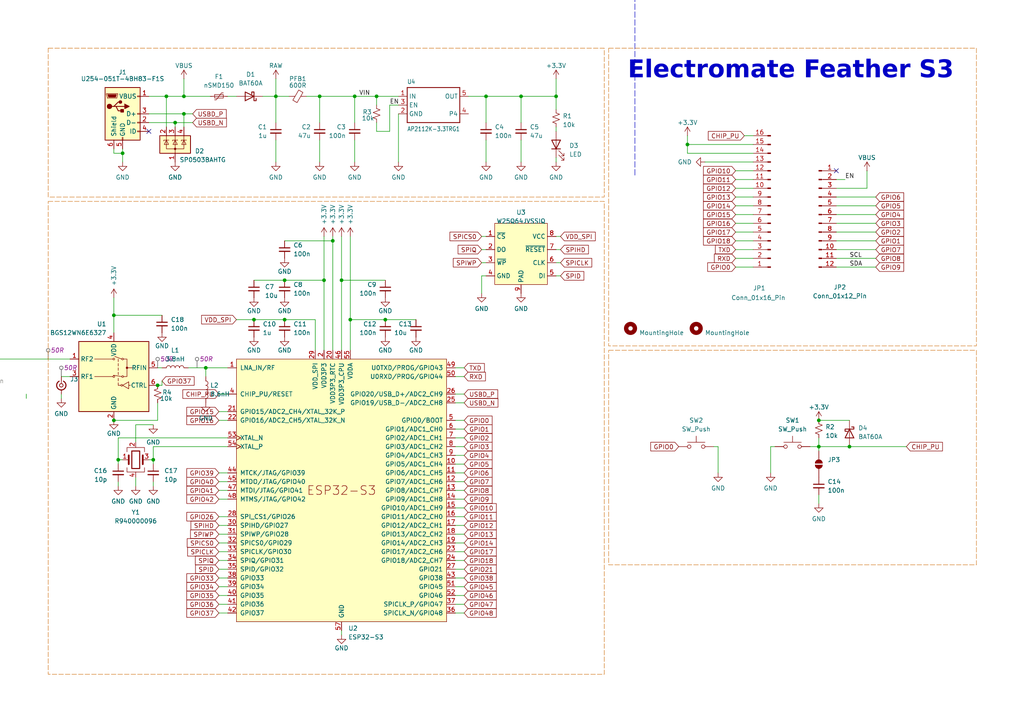
<source format=kicad_sch>
(kicad_sch (version 20250114) (generator "eeschema") (generator_version "9.0")
  (paper "A4")
  (title_block (title "ESP32-S3 Dev") (date "2025-11-26") (rev "1.01") (company "Electromate") (comment 1 "Based on elecgpl, MIT license") (comment 2 "https://github.com/electgpl/ESP32S3_DEV_Minimal_LowPower") (comment 3 "and Adafruit Feather ESP32-S3 PCB, CC BY-SA 3.0 license") (comment 4 "https://github.com/adafruit/Adafruit-Feather-ESP32-S3-PCB"))
  (rectangle (start 176.53 13.97) (end 283.21 100.33) (stroke (width 0.127) (type dash) (color 204 102 0 1)))
  (rectangle (start 13.97 58.42) (end 175.26 195.58) (stroke (width 0.127) (type dash) (color 204 102 0 1)))
  (rectangle (start 176.53 101.6) (end 283.21 163.83) (stroke (width 0.127) (type dash) (color 204 102 0 1)))
  (rectangle (start 13.97 13.97) (end 175.26 57.15) (stroke (width 0.127) (type dash) (color 204 102 0 1)))
  (text "Electromate Feather S3" (at 229.362 21.844 0) (effects (font (size 5.08 5.08) (bold yes))))
  (text "NEOPIXEL" (at 81.026 -29.972 0) (effects (font (size 1.778 1.5113)) (justify bottom)))
  (text "microSD" (at 157.48 -54.61 0) (effects (font (size 3 3)) (justify left bottom)))
  (junction (at 45.72 111.76))
  (junction (at 199.39 41.91))
  (junction (at 143.51 -26.67))
  (junction (at -6.35 104.14))
  (junction (at 146.05 -53.34))
  (junction (at 147.32 -29.21))
  (junction (at 33.02 121.92))
  (junction (at 158.75 -53.34))
  (junction (at 151.13 -53.34))
  (junction (at 143.51 -53.34))
  (junction (at 143.51 -43.18))
  (junction (at 21.59 -24.13))
  (junction (at 39.37 -31.75))
  (junction (at 39.37 -19.05))
  (junction (at 96.52 69.85))
  (junction (at 44.45 133.35))
  (junction (at 53.34 33.02))
  (junction (at 154.94 -34.29))
  (junction (at 93.98 81.28))
  (junction (at 53.34 27.94))
  (junction (at 109.22 27.94))
  (junction (at 140.97 27.94))
  (junction (at 33.02 91.44))
  (junction (at 158.75 -36.83))
  (junction (at 101.6 92.71))
  (junction (at 50.8 35.56))
  (junction (at 161.29 27.94))
  (junction (at 167.64 -19.05))
  (junction (at 35.56 44.45))
  (junction (at 82.55 81.28))
  (junction (at 246.38 129.54))
  (junction (at 48.26 27.94))
  (junction (at 237.49 129.54))
  (junction (at 151.13 -31.75))
  (junction (at 162.56 -39.37))
  (junction (at 237.49 121.92))
  (junction (at 148.59 -53.34))
  (junction (at 92.71 27.94))
  (junction (at 80.01 27.94))
  (junction (at 73.66 92.71))
  (junction (at 111.76 92.71))
  (junction (at 102.87 27.94))
  (junction (at 82.55 92.71))
  (junction (at 99.06 81.28))
  (junction (at 151.13 27.94))
  (junction (at 59.69 106.68))
  (junction (at 34.29 133.35))
  (no_connect (at 242.57 49.53))
  (no_connect (at 43.18 38.1))
  (wire (pts (xy 218.44 59.69) (xy 213.36 59.69)))
  (wire (pts (xy 161.29 38.1) (xy 161.29 36.83)))
  (wire (pts (xy 132.08 154.94) (xy 134.62 154.94)))
  (wire (pts (xy 34.29 127) (xy 66.04 127)))
  (wire (pts (xy 208.28 129.54) (xy 208.28 137.16)))
  (wire (pts (xy 199.39 44.45) (xy 199.39 41.91)))
  (wire (pts (xy -13.97 104.14) (xy -6.35 104.14)))
  (wire (pts (xy 218.44 62.23) (xy 213.36 62.23)))
  (wire (pts (xy 82.55 92.71) (xy 91.44 92.71)))
  (wire (pts (xy 45.72 106.68) (xy 46.99 106.68)))
  (wire (pts (xy 21.59 -21.59) (xy 21.59 -24.13)))
  (wire (pts (xy 39.37 -19.05) (xy 41.91 -19.05)) (stroke (width 0.1524)))
  (wire (pts (xy 80.01 27.94) (xy 80.01 35.56)))
  (wire (pts (xy 143.51 -26.67) (xy 168.91 -26.67)))
  (wire (pts (xy 132.08 116.84) (xy 134.62 116.84)))
  (wire (pts (xy 254 69.85) (xy 242.57 69.85)))
  (wire (pts (xy 63.5 121.92) (xy 66.04 121.92)))
  (wire (pts (xy 237.49 129.54) (xy 246.38 129.54)))
  (wire (pts (xy 101.6 68.58) (xy 101.6 92.71)))
  (wire (pts (xy 53.34 22.86) (xy 53.34 27.94)))
  (wire (pts (xy 237.49 121.92) (xy 246.38 121.92)))
  (wire (pts (xy 53.34 33.02) (xy 55.88 33.02)))
  (wire (pts (xy 102.87 35.56) (xy 102.87 27.94)))
  (wire (pts (xy 80.01 27.94) (xy 83.82 27.94)))
  (wire (pts (xy 50.8 35.56) (xy 50.8 36.83)))
  (wire (pts (xy 142.24 -26.67) (xy 143.51 -26.67)))
  (wire (pts (xy 218.44 52.07) (xy 213.36 52.07)))
  (wire (pts (xy 140.97 27.94) (xy 140.97 35.56)))
  (wire (pts (xy 26.67 -16.51) (xy 41.91 -16.51)) (stroke (width 0.1524)))
  (wire (pts (xy 151.13 -31.75) (xy 168.91 -31.75)))
  (wire (pts (xy 99.06 81.28) (xy 111.76 81.28)))
  (wire (pts (xy 132.08 152.4) (xy 134.62 152.4)))
  (wire (pts (xy 34.29 133.35) (xy 34.29 134.62)))
  (wire (pts (xy 35.56 43.18) (xy 35.56 44.45)))
  (wire (pts (xy 132.08 127) (xy 134.62 127)))
  (wire (pts (xy 140.97 40.64) (xy 140.97 46.99)))
  (wire (pts (xy 158.75 -36.83) (xy 168.91 -36.83)))
  (wire (pts (xy 218.44 67.31) (xy 213.36 67.31)))
  (wire (pts (xy 63.5 114.3) (xy 66.04 114.3)))
  (wire (pts (xy 154.94 -34.29) (xy 168.91 -34.29)))
  (wire (pts (xy 93.98 68.58) (xy 93.98 81.28)))
  (wire (pts (xy 215.9 39.37) (xy 218.44 39.37)))
  (wire (pts (xy 140.97 80.01) (xy 139.7 80.01)))
  (wire (pts (xy 151.13 40.64) (xy 151.13 46.99)))
  (wire (pts (xy 218.44 77.47) (xy 213.36 77.47)))
  (wire (pts (xy 115.57 33.02) (xy 115.57 46.99)))
  (wire (pts (xy 158.75 -53.34) (xy 162.56 -53.34)))
  (wire (pts (xy 199.39 41.91) (xy 218.44 41.91)))
  (wire (pts (xy 109.22 27.94) (xy 104.14 27.94)) (stroke (width 0.1524)))
  (wire (pts (xy 132.08 114.3) (xy 134.62 114.3)))
  (wire (pts (xy 69.85 -16.51) (xy 59.69 -16.51)) (stroke (width 0.1524)))
  (wire (pts (xy 132.08 139.7) (xy 134.62 139.7)))
  (wire (pts (xy 218.44 54.61) (xy 213.36 54.61)))
  (wire (pts (xy 39.37 -19.05) (xy 34.29 -19.05)) (stroke (width 0.1524)))
  (wire (pts (xy 96.52 69.85) (xy 96.52 101.6)))
  (wire (pts (xy 16.51 -16.51) (xy 16.51 -13.97)))
  (wire (pts (xy 88.9 27.94) (xy 92.71 27.94)))
  (wire (pts (xy 143.51 -43.18) (xy 143.51 -26.67)))
  (wire (pts (xy 132.08 175.26) (xy 134.62 175.26)))
  (wire (pts (xy 66.04 27.94) (xy 68.58 27.94)))
  (wire (pts (xy 161.29 46.99) (xy 161.29 45.72)))
  (wire (pts (xy 43.18 35.56) (xy 50.8 35.56)))
  (wire (pts (xy 63.5 119.38) (xy 66.04 119.38)))
  (wire (pts (xy 50.8 35.56) (xy 55.88 35.56)))
  (wire (pts (xy 63.5 142.24) (xy 66.04 142.24)))
  (wire (pts (xy 44.45 123.19) (xy 39.37 123.19)))
  (wire (pts (xy 45.72 121.92) (xy 33.02 121.92)))
  (wire (pts (xy 254 67.31) (xy 242.57 67.31)))
  (wire (pts (xy 44.45 133.35) (xy 44.45 134.62)))
  (wire (pts (xy 43.18 33.02) (xy 53.34 33.02)))
  (wire (pts (xy 102.87 40.64) (xy 102.87 46.99)))
  (wire (pts (xy 242.57 77.47) (xy 254 77.47)))
  (wire (pts (xy -13.97 99.06) (xy -13.97 104.14)))
  (wire (pts (xy 146.05 -53.34) (xy 148.59 -53.34)))
  (wire (pts (xy 99.06 68.58) (xy 99.06 81.28)))
  (wire (pts (xy 218.44 57.15) (xy 213.36 57.15)))
  (wire (pts (xy 34.29 133.35) (xy 35.56 133.35)))
  (wire (pts (xy 7.62 114.3) (xy 7.62 115.57)))
  (wire (pts (xy 16.51 -11.43) (xy 16.51 -13.97)) (stroke (width 0.1524)))
  (wire (pts (xy 162.56 -45.72) (xy 162.56 -39.37)))
  (wire (pts (xy 218.44 72.39) (xy 213.36 72.39)))
  (wire (pts (xy 132.08 157.48) (xy 134.62 157.48)))
  (wire (pts (xy 26.67 -16.51) (xy 26.67 -24.13)) (stroke (width 0.1524)))
  (wire (pts (xy 167.64 -21.59) (xy 167.64 -19.05)))
  (wire (pts (xy 113.03 30.48) (xy 115.57 30.48)) (stroke (width 0.1524)))
  (wire (pts (xy 246.38 129.54) (xy 262.89 129.54)))
  (wire (pts (xy 82.55 81.28) (xy 93.98 81.28)))
  (wire (pts (xy 223.52 129.54) (xy 223.52 137.16)))
  (wire (pts (xy 39.37 138.43) (xy 39.37 140.97)))
  (wire (pts (xy 80.01 22.86) (xy 80.01 27.94)))
  (wire (pts (xy 21.59 -26.67) (xy 21.59 -24.13)))
  (wire (pts (xy 59.69 106.68) (xy 59.69 109.22)))
  (wire (pts (xy 132.08 129.54) (xy 134.62 129.54)))
  (wire (pts (xy 63.5 175.26) (xy 66.04 175.26)))
  (wire (pts (xy 242.57 74.93) (xy 254 74.93)))
  (wire (pts (xy 139.7 80.01) (xy 139.7 85.09)))
  (wire (pts (xy 161.29 76.2) (xy 162.56 76.2)))
  (wire (pts (xy 63.5 149.86) (xy 66.04 149.86)))
  (wire (pts (xy 63.5 137.16) (xy 66.04 137.16)))
  (wire (pts (xy 132.08 109.22) (xy 134.62 109.22)))
  (wire (pts (xy 48.26 27.94) (xy 48.26 36.83)))
  (wire (pts (xy 17.78 109.22) (xy 20.32 109.22)))
  (wire (pts (xy 199.39 41.91) (xy 199.39 39.37)))
  (wire (pts (xy 142.24 -29.21) (xy 147.32 -29.21)))
  (wire (pts (xy 158.75 -45.72) (xy 158.75 -36.83)))
  (wire (pts (xy 142.24 -31.75) (xy 151.13 -31.75)))
  (wire (pts (xy 132.08 121.92) (xy 134.62 121.92)))
  (wire (pts (xy 132.08 177.8) (xy 134.62 177.8)))
  (wire (pts (xy 162.56 -39.37) (xy 168.91 -39.37)))
  (wire (pts (xy 132.08 134.62) (xy 134.62 134.62)))
  (wire (pts (xy 115.57 27.94) (xy 109.22 27.94)) (stroke (width 0.1524)))
  (wire (pts (xy 148.59 -53.34) (xy 151.13 -53.34)))
  (wire (pts (xy 73.66 81.28) (xy 82.55 81.28)))
  (wire (pts (xy 146.05 -43.18) (xy 147.32 -43.18)))
  (wire (pts (xy 53.34 33.02) (xy 53.34 36.83)))
  (wire (pts (xy 63.5 152.4) (xy 66.04 152.4)))
  (wire (pts (xy 63.5 172.72) (xy 66.04 172.72)))
  (wire (pts (xy 132.08 144.78) (xy 134.62 144.78)))
  (wire (pts (xy 109.22 38.1) (xy 113.03 38.1)) (stroke (width 0.1524)))
  (wire (pts (xy 218.44 74.93) (xy 213.36 74.93)))
  (wire (pts (xy 147.32 -43.18) (xy 147.32 -29.21)))
  (wire (pts (xy 68.58 92.71) (xy 73.66 92.71)))
  (wire (pts (xy 113.03 38.1) (xy 113.03 30.48)) (stroke (width 0.1524)))
  (wire (pts (xy 132.08 142.24) (xy 134.62 142.24)))
  (wire (pts (xy 63.5 177.8) (xy 66.04 177.8)))
  (wire (pts (xy 92.71 35.56) (xy 92.71 27.94)))
  (wire (pts (xy 151.13 -41.91) (xy 151.13 -31.75)))
  (wire (pts (xy 96.52 68.58) (xy 96.52 69.85)))
  (wire (pts (xy 43.18 27.94) (xy 48.26 27.94)))
  (wire (pts (xy 33.02 44.45) (xy 35.56 44.45)))
  (wire (pts (xy 132.08 160.02) (xy 134.62 160.02)))
  (wire (pts (xy 99.06 101.6) (xy 99.06 81.28)))
  (wire (pts (xy 132.08 124.46) (xy 134.62 124.46)))
  (wire (pts (xy 63.5 157.48) (xy 66.04 157.48)))
  (wire (pts (xy 207.01 129.54) (xy 208.28 129.54)))
  (wire (pts (xy 143.51 -53.34) (xy 146.05 -53.34)))
  (wire (pts (xy 48.26 27.94) (xy 53.34 27.94)))
  (wire (pts (xy 168.91 -41.91) (xy 167.64 -41.91)))
  (wire (pts (xy 34.29 127) (xy 34.29 133.35)))
  (wire (pts (xy 168.91 -21.59) (xy 167.64 -21.59)))
  (wire (pts (xy 45.72 116.84) (xy 45.72 121.92)))
  (wire (pts (xy 254 57.15) (xy 242.57 57.15)))
  (wire (pts (xy 143.51 -45.72) (xy 143.51 -43.18)))
  (wire (pts (xy 151.13 -53.34) (xy 158.75 -53.34)))
  (wire (pts (xy 93.98 81.28) (xy 93.98 101.6)))
  (wire (pts (xy 63.5 139.7) (xy 66.04 139.7)))
  (wire (pts (xy 35.56 44.45) (xy 35.56 46.99)))
  (wire (pts (xy 63.5 165.1) (xy 66.04 165.1)))
  (wire (pts (xy 44.45 139.7) (xy 44.45 140.97)))
  (wire (pts (xy -6.35 104.14) (xy 20.32 104.14)))
  (wire (pts (xy 46.99 110.49) (xy 46.99 111.76)))
  (wire (pts (xy 199.39 44.45) (xy 218.44 44.45)))
  (wire (pts (xy 132.08 147.32) (xy 134.62 147.32)))
  (wire (pts (xy 43.18 133.35) (xy 44.45 133.35)))
  (wire (pts (xy 237.49 127) (xy 237.49 129.54)))
  (wire (pts (xy 161.29 80.01) (xy 162.56 80.01)))
  (wire (pts (xy 39.37 -36.83) (xy 39.37 -31.75)) (stroke (width 0.1524)))
  (wire (pts (xy 237.49 130.81) (xy 237.49 129.54)))
  (wire (pts (xy 21.59 -16.51) (xy 21.59 -13.97)))
  (wire (pts (xy 109.22 27.94) (xy 109.22 30.48)) (stroke (width 0.1524)))
  (wire (pts (xy 234.95 129.54) (xy 237.49 129.54)))
  (wire (pts (xy 59.69 106.68) (xy 66.04 106.68)))
  (wire (pts (xy 63.5 154.94) (xy 66.04 154.94)))
  (wire (pts (xy 218.44 49.53) (xy 213.36 49.53)))
  (wire (pts (xy 132.08 167.64) (xy 134.62 167.64)))
  (wire (pts (xy 132.08 165.1) (xy 134.62 165.1)))
  (wire (pts (xy 92.71 40.64) (xy 92.71 46.99)))
  (wire (pts (xy 80.01 40.64) (xy 80.01 46.99)))
  (wire (pts (xy 63.5 144.78) (xy 66.04 144.78)))
  (wire (pts (xy 151.13 27.94) (xy 161.29 27.94)))
  (wire (pts (xy 41.91 -11.43) (xy 16.51 -11.43)) (stroke (width 0.1524)))
  (wire (pts (xy 101.6 101.6) (xy 101.6 92.71)))
  (wire (pts (xy 132.08 172.72) (xy 134.62 172.72)))
  (wire (pts (xy 96.52 -16.51) (xy 95.25 -16.51)))
  (wire (pts (xy 132.08 132.08) (xy 134.62 132.08)))
  (wire (pts (xy 63.5 167.64) (xy 66.04 167.64)))
  (wire (pts (xy -6.35 111.76) (xy -6.35 115.57)))
  (wire (pts (xy 218.44 64.77) (xy 213.36 64.77)))
  (wire (pts (xy 63.5 170.18) (xy 66.04 170.18)))
  (wire (pts (xy 148.59 -41.91) (xy 148.59 -43.18)))
  (wire (pts (xy 237.49 146.05) (xy 237.49 143.51)))
  (wire (pts (xy 132.08 149.86) (xy 134.62 149.86)))
  (wire (pts (xy 21.59 -24.13) (xy 26.67 -24.13)) (stroke (width 0.1524)))
  (wire (pts (xy 161.29 22.86) (xy 161.29 27.94)))
  (wire (pts (xy 167.64 -43.18) (xy 167.64 -41.91)))
  (wire (pts (xy 53.34 27.94) (xy 60.96 27.94)))
  (wire (pts (xy 82.55 69.85) (xy 96.52 69.85)))
  (wire (pts (xy 135.89 27.94) (xy 140.97 27.94)))
  (wire (pts (xy 63.5 160.02) (xy 66.04 160.02)))
  (wire (pts (xy 132.08 137.16) (xy 134.62 137.16)))
  (wire (pts (xy 17.78 115.57) (xy 17.78 114.3)))
  (wire (pts (xy 63.5 162.56) (xy 66.04 162.56)))
  (wire (pts (xy 218.44 69.85) (xy 213.36 69.85)))
  (wire (pts (xy 142.24 -36.83) (xy 158.75 -36.83)))
  (wire (pts (xy 39.37 -31.75) (xy 39.37 -19.05)) (stroke (width 0.1524)))
  (wire (pts (xy 46.99 91.44) (xy 33.02 91.44)))
  (wire (pts (xy 102.87 27.94) (xy 104.14 27.94)))
  (wire (pts (xy 16.51 -24.13) (xy 16.51 -21.59)) (stroke (width 0.1524)))
  (wire (pts (xy 142.24 -34.29) (xy 154.94 -34.29)))
  (wire (pts (xy 161.29 31.75) (xy 161.29 27.94)))
  (wire (pts (xy 111.76 92.71) (xy 120.65 92.71)))
  (wire (pts (xy 140.97 27.94) (xy 151.13 27.94)))
  (wire (pts (xy 224.79 129.54) (xy 223.52 129.54)))
  (wire (pts (xy 46.99 111.76) (xy 45.72 111.76)))
  (wire (pts (xy 33.02 43.18) (xy 33.02 44.45)))
  (wire (pts (xy 21.59 -13.97) (xy 41.91 -13.97)) (stroke (width 0.1524)))
  (wire (pts (xy 101.6 92.71) (xy 111.76 92.71)))
  (wire (pts (xy 139.7 76.2) (xy 140.97 76.2)))
  (wire (pts (xy 99.06 182.88) (xy 99.06 184.15)))
  (wire (pts (xy 147.32 -29.21) (xy 168.91 -29.21)))
  (wire (pts (xy 76.2 27.94) (xy 80.01 27.94)))
  (wire (pts (xy 44.45 129.54) (xy 66.04 129.54)))
  (polyline (pts (xy 184.15 50.8) (xy 184.15 -8.89)) (stroke (width 0) (type dash)))
  (wire (pts (xy 245.11 52.07) (xy 242.57 52.07)))
  (wire (pts (xy 162.56 68.58) (xy 161.29 68.58)))
  (wire (pts (xy 167.64 -19.05) (xy 167.64 -17.78)))
  (wire (pts (xy 73.66 92.71) (xy 82.55 92.71)))
  (wire (pts (xy 132.08 162.56) (xy 134.62 162.56)))
  (wire (pts (xy 139.7 72.39) (xy 140.97 72.39)))
  (wire (pts (xy 92.71 27.94) (xy 102.87 27.94)))
  (wire (pts (xy 132.08 170.18) (xy 134.62 170.18)))
  (wire (pts (xy 16.51 -24.13) (xy 21.59 -24.13)) (stroke (width 0.1524)))
  (wire (pts (xy -6.35 104.14) (xy -6.35 106.68)))
  (wire (pts (xy 91.44 92.71) (xy 91.44 101.6)))
  (wire (pts (xy 242.57 54.61) (xy 251.46 54.61)))
  (wire (pts (xy 33.02 91.44) (xy 33.02 96.52)))
  (wire (pts (xy 139.7 68.58) (xy 140.97 68.58)))
  (wire (pts (xy 251.46 49.53) (xy 251.46 54.61)))
  (wire (pts (xy 142.24 -39.37) (xy 162.56 -39.37)))
  (wire (pts (xy 151.13 -43.18) (xy 154.94 -43.18)))
  (wire (pts (xy 44.45 133.35) (xy 44.45 129.54)))
  (wire (pts (xy 161.29 72.39) (xy 162.56 72.39)))
  (wire (pts (xy 34.29 139.7) (xy 34.29 140.97)))
  (wire (pts (xy 109.22 35.56) (xy 109.22 38.1)) (stroke (width 0.1524)))
  (wire (pts (xy 54.61 106.68) (xy 59.69 106.68)))
  (wire (pts (xy -16.51 99.06) (xy -16.51 115.57)))
  (wire (pts (xy 39.37 123.19) (xy 39.37 128.27)))
  (wire (pts (xy 158.75 -53.34) (xy 158.75 -50.8)))
  (wire (pts (xy 151.13 27.94) (xy 151.13 35.56)))
  (wire (pts (xy 218.44 46.99) (xy 204.47 46.99)))
  (wire (pts (xy 168.91 -19.05) (xy 167.64 -19.05)))
  (wire (pts (xy 254 59.69) (xy 242.57 59.69)))
  (wire (pts (xy 132.08 106.68) (xy 134.62 106.68)))
  (wire (pts (xy 254 64.77) (xy 242.57 64.77)))
  (wire (pts (xy 148.59 -41.91) (xy 151.13 -41.91)))
  (wire (pts (xy 143.51 -54.61) (xy 143.51 -53.34)))
  (wire (pts (xy 162.56 -53.34) (xy 162.56 -50.8)))
  (wire (pts (xy 254 72.39) (xy 242.57 72.39)))
  (wire (pts (xy 154.94 -43.18) (xy 154.94 -34.29)))
  (wire (pts (xy 33.02 86.36) (xy 33.02 91.44)))
  (wire (pts (xy 142.24 -24.13) (xy 168.91 -24.13)))
  (wire (pts (xy 254 62.23) (xy 242.57 62.23)))
  (label "NEOPIX" (at 59.69 -16.51 0) (effects (font (size 1.2446 1.2446))))
  (label "EN" (at 113.03 30.48 0))
  (label "EN" (at 245.11 52.07 0))
  (label "SDA" (at 31.75 -13.97 0) (effects (font (size 1.2446 1.2446))))
  (label "SDA" (at 246.38 77.47 0))
  (label "SCL" (at 246.38 74.93 0) (effects (font (size 1.2446 1.2446))))
  (label "VIN" (at 104.14 27.94 0))
  (label "SCL" (at 31.75 -11.43 0) (effects (font (size 1.2446 1.2446))))
  (global_label "GPIO15" (shape input) (at 213.36 62.23 180) (property "Intersheetrefs" "${INTERSHEET_REFS}" (effects (hide yes))))
  (global_label "SPID" (shape input) (at 162.56 80.01 0) (property "Intersheetrefs" "${INTERSHEET_REFS}" (effects (hide yes))))
  (global_label "GPIO36" (shape input) (at 63.5 175.26 180) (property "Intersheetrefs" "${INTERSHEET_REFS}" (effects (hide yes))))
  (global_label "GPIO37" (shape input) (at 46.99 110.49 0) (property "Intersheetrefs" "${INTERSHEET_REFS}" (effects (hide yes))))
  (global_label "GPIO38" (shape input) (at 134.62 167.64 0) (property "Intersheetrefs" "${INTERSHEET_REFS}" (effects (hide yes))))
  (global_label "TXD" (shape input) (at 213.36 72.39 180) (property "Intersheetrefs" "${INTERSHEET_REFS}" (effects (hide yes))))
  (global_label "GPIO18" (shape input) (at 213.36 69.85 180) (property "Intersheetrefs" "${INTERSHEET_REFS}" (effects (hide yes))))
  (global_label "GPIO2" (shape input) (at 134.62 127 0) (property "Intersheetrefs" "${INTERSHEET_REFS}" (effects (hide yes))))
  (global_label "GPIO1" (shape input) (at 134.62 124.46 0) (property "Intersheetrefs" "${INTERSHEET_REFS}" (effects (hide yes))))
  (global_label "GPIO18" (shape input) (at 134.62 162.56 0) (property "Intersheetrefs" "${INTERSHEET_REFS}" (effects (hide yes))))
  (global_label "SPIHD" (shape input) (at 162.56 72.39 0) (property "Intersheetrefs" "${INTERSHEET_REFS}" (effects (hide yes))))
  (global_label "GPIO0" (shape input) (at 213.36 77.47 180) (property "Intersheetrefs" "${INTERSHEET_REFS}" (effects (hide yes))))
  (global_label "GPIO1" (shape input) (at 254 69.85 0) (property "Intersheetrefs" "${INTERSHEET_REFS}" (effects (hide yes))))
  (global_label "GPIO8" (shape input) (at 134.62 142.24 0) (property "Intersheetrefs" "${INTERSHEET_REFS}" (effects (hide yes))))
  (global_label "RXD" (shape input) (at 134.62 109.22 0) (property "Intersheetrefs" "${INTERSHEET_REFS}" (effects (hide yes))))
  (global_label "GPIO13" (shape input) (at 213.36 57.15 180) (property "Intersheetrefs" "${INTERSHEET_REFS}" (effects (hide yes))))
  (global_label "GPIO8" (shape input) (at 254 74.93 0) (property "Intersheetrefs" "${INTERSHEET_REFS}" (effects (hide yes))))
  (global_label "GPIO26" (shape input) (at 63.5 149.86 180) (property "Intersheetrefs" "${INTERSHEET_REFS}" (effects (hide yes))))
  (global_label "GPIO11" (shape input) (at 134.62 149.86 0) (property "Intersheetrefs" "${INTERSHEET_REFS}" (effects (hide yes))))
  (global_label "GPIO33" (shape input) (at 142.24 -39.37 180) (property "Intersheetrefs" "${INTERSHEET_REFS}" (effects (hide yes))))
  (global_label "GPIO0" (shape input) (at 134.62 121.92 0) (property "Intersheetrefs" "${INTERSHEET_REFS}" (effects (hide yes))))
  (global_label "GPIO16" (shape input) (at 63.5 121.92 180) (property "Intersheetrefs" "${INTERSHEET_REFS}" (effects (hide yes))))
  (global_label "GPIO38" (shape input) (at 142.24 -29.21 180) (property "Intersheetrefs" "${INTERSHEET_REFS}" (effects (hide yes))))
  (global_label "USBD_P" (shape input) (at 134.62 114.3 0) (property "Intersheetrefs" "${INTERSHEET_REFS}" (effects (hide yes))))
  (global_label "GPIO6" (shape input) (at 134.62 137.16 0) (property "Intersheetrefs" "${INTERSHEET_REFS}" (effects (hide yes))))
  (global_label "SPIWP" (shape input) (at 63.5 154.94 180) (property "Intersheetrefs" "${INTERSHEET_REFS}" (effects (hide yes))))
  (global_label "GPIO46" (shape input) (at 134.62 172.72 0) (property "Intersheetrefs" "${INTERSHEET_REFS}" (effects (hide yes))))
  (global_label "SPICS0" (shape input) (at 139.7 68.58 180) (property "Intersheetrefs" "${INTERSHEET_REFS}" (effects (hide yes))))
  (global_label "GPIO14" (shape input) (at 134.62 157.48 0) (property "Intersheetrefs" "${INTERSHEET_REFS}" (effects (hide yes))))
  (global_label "GPIO47" (shape input) (at 134.62 175.26 0) (property "Intersheetrefs" "${INTERSHEET_REFS}" (effects (hide yes))))
  (global_label "GPIO41" (shape input) (at 63.5 142.24 180) (property "Intersheetrefs" "${INTERSHEET_REFS}" (effects (hide yes))))
  (global_label "GPIO12" (shape input) (at 213.36 54.61 180) (property "Intersheetrefs" "${INTERSHEET_REFS}" (effects (hide yes))))
  (global_label "SPIHD" (shape input) (at 63.5 152.4 180) (property "Intersheetrefs" "${INTERSHEET_REFS}" (effects (hide yes))))
  (global_label "GPIO37" (shape input) (at 63.5 177.8 180) (property "Intersheetrefs" "${INTERSHEET_REFS}" (effects (hide yes))))
  (global_label "USBD_N" (shape input) (at 134.62 116.84 0) (property "Intersheetrefs" "${INTERSHEET_REFS}" (effects (hide yes))))
  (global_label "TXD" (shape input) (at 134.62 106.68 0) (property "Intersheetrefs" "${INTERSHEET_REFS}" (effects (hide yes))))
  (global_label "USBD_P" (shape input) (at 55.88 33.02 0) (property "Intersheetrefs" "${INTERSHEET_REFS}" (effects (hide yes))))
  (global_label "GPIO17" (shape input) (at 134.62 160.02 0) (property "Intersheetrefs" "${INTERSHEET_REFS}" (effects (hide yes))))
  (global_label "SPIQ" (shape input) (at 139.7 72.39 180) (property "Intersheetrefs" "${INTERSHEET_REFS}" (effects (hide yes))))
  (global_label "GPIO33" (shape input) (at 63.5 167.64 180) (property "Intersheetrefs" "${INTERSHEET_REFS}" (effects (hide yes))))
  (global_label "SPICLK" (shape input) (at 162.56 76.2 0) (property "Intersheetrefs" "${INTERSHEET_REFS}" (effects (hide yes))))
  (global_label "GPIO4" (shape input) (at 134.62 132.08 0) (property "Intersheetrefs" "${INTERSHEET_REFS}" (effects (hide yes))))
  (global_label "GPIO48" (shape input) (at 134.62 177.8 0) (property "Intersheetrefs" "${INTERSHEET_REFS}" (effects (hide yes))))
  (global_label "GPIO6" (shape input) (at 254 57.15 0) (property "Intersheetrefs" "${INTERSHEET_REFS}" (effects (hide yes))))
  (global_label "GPIO12" (shape input) (at 134.62 152.4 0) (property "Intersheetrefs" "${INTERSHEET_REFS}" (effects (hide yes))))
  (global_label "GPIO5" (shape input) (at 134.62 134.62 0) (property "Intersheetrefs" "${INTERSHEET_REFS}" (effects (hide yes))))
  (global_label "GPIO47" (shape input) (at 142.24 -36.83 180) (property "Intersheetrefs" "${INTERSHEET_REFS}" (effects (hide yes))))
  (global_label "CHIP_PU" (shape input) (at 215.9 39.37 180) (property "Intersheetrefs" "${INTERSHEET_REFS}" (effects (hide yes))))
  (global_label "GPIO16" (shape input) (at 213.36 64.77 180) (property "Intersheetrefs" "${INTERSHEET_REFS}" (effects (hide yes))))
  (global_label "GPIO11" (shape input) (at 213.36 52.07 180) (property "Intersheetrefs" "${INTERSHEET_REFS}" (effects (hide yes))))
  (global_label "SPICS0" (shape input) (at 63.5 157.48 180) (property "Intersheetrefs" "${INTERSHEET_REFS}" (effects (hide yes))))
  (global_label "GPIO34" (shape input) (at 142.24 -26.67 180) (property "Intersheetrefs" "${INTERSHEET_REFS}" (effects (hide yes))))
  (global_label "SPICLK" (shape input) (at 63.5 160.02 180) (property "Intersheetrefs" "${INTERSHEET_REFS}" (effects (hide yes))))
  (global_label "GPIO2" (shape input) (at 254 67.31 0) (property "Intersheetrefs" "${INTERSHEET_REFS}" (effects (hide yes))))
  (global_label "GPIO42" (shape input) (at 63.5 144.78 180) (property "Intersheetrefs" "${INTERSHEET_REFS}" (effects (hide yes))))
  (global_label "GPIO3" (shape input) (at 134.62 129.54 0) (property "Intersheetrefs" "${INTERSHEET_REFS}" (effects (hide yes))))
  (global_label "GPIO9" (shape input) (at 134.62 144.78 0) (property "Intersheetrefs" "${INTERSHEET_REFS}" (effects (hide yes))))
  (global_label "GPIO35" (shape input) (at 63.5 172.72 180) (property "Intersheetrefs" "${INTERSHEET_REFS}" (effects (hide yes))))
  (global_label "SPID" (shape input) (at 63.5 165.1 180) (property "Intersheetrefs" "${INTERSHEET_REFS}" (effects (hide yes))))
  (global_label "SPIWP" (shape input) (at 139.7 76.2 180) (property "Intersheetrefs" "${INTERSHEET_REFS}" (effects (hide yes))))
  (global_label "VDD_SPI" (shape input) (at 162.56 68.58 0) (property "Intersheetrefs" "${INTERSHEET_REFS}" (effects (hide yes))))
  (global_label "VDD_SPI" (shape input) (at 68.58 92.71 180) (property "Intersheetrefs" "${INTERSHEET_REFS}" (effects (hide yes))))
  (global_label "GPIO5" (shape input) (at 254 59.69 0) (property "Intersheetrefs" "${INTERSHEET_REFS}" (effects (hide yes))))
  (global_label "GPIO10" (shape input) (at 213.36 49.53 180) (property "Intersheetrefs" "${INTERSHEET_REFS}" (effects (hide yes))))
  (global_label "GPIO40" (shape input) (at 63.5 139.7 180) (property "Intersheetrefs" "${INTERSHEET_REFS}" (effects (hide yes))))
  (global_label "SPIQ" (shape input) (at 63.5 162.56 180) (property "Intersheetrefs" "${INTERSHEET_REFS}" (effects (hide yes))))
  (global_label "GPIO39" (shape input) (at 63.5 137.16 180) (property "Intersheetrefs" "${INTERSHEET_REFS}" (effects (hide yes))))
  (global_label "GPIO15" (shape input) (at 63.5 119.38 180) (property "Intersheetrefs" "${INTERSHEET_REFS}" (effects (hide yes))))
  (global_label "GPIO17" (shape input) (at 213.36 67.31 180) (property "Intersheetrefs" "${INTERSHEET_REFS}" (effects (hide yes))))
  (global_label "GPIO40" (shape input) (at 142.24 -34.29 180) (property "Intersheetrefs" "${INTERSHEET_REFS}" (effects (hide yes))))
  (global_label "GPIO13" (shape input) (at 134.62 154.94 0) (property "Intersheetrefs" "${INTERSHEET_REFS}" (effects (hide yes))))
  (global_label "GPIO9" (shape input) (at 254 77.47 0) (property "Intersheetrefs" "${INTERSHEET_REFS}" (effects (hide yes))))
  (global_label "CHIP_PU" (shape input) (at 262.89 129.54 0) (property "Intersheetrefs" "${INTERSHEET_REFS}" (effects (hide yes))))
  (global_label "GPIO7" (shape input) (at 134.62 139.7 0) (property "Intersheetrefs" "${INTERSHEET_REFS}" (effects (hide yes))))
  (global_label "GPIO21" (shape input) (at 134.62 165.1 0) (property "Intersheetrefs" "${INTERSHEET_REFS}" (effects (hide yes))))
  (global_label "GPIO14" (shape input) (at 213.36 59.69 180) (property "Intersheetrefs" "${INTERSHEET_REFS}" (effects (hide yes))))
  (global_label "GPIO0" (shape input) (at 196.85 129.54 180) (property "Intersheetrefs" "${INTERSHEET_REFS}" (effects (hide yes))))
  (global_label "GPIO39" (shape input) (at 142.24 -31.75 180) (property "Intersheetrefs" "${INTERSHEET_REFS}" (effects (hide yes))))
  (global_label "GPIO10" (shape input) (at 134.62 147.32 0) (property "Intersheetrefs" "${INTERSHEET_REFS}" (effects (hide yes))))
  (global_label "GPIO7" (shape input) (at 254 72.39 0) (property "Intersheetrefs" "${INTERSHEET_REFS}" (effects (hide yes))))
  (global_label "GPIO48" (shape input) (at 142.24 -24.13 180) (property "Intersheetrefs" "${INTERSHEET_REFS}" (effects (hide yes))))
  (global_label "RXD" (shape input) (at 213.36 74.93 180) (property "Intersheetrefs" "${INTERSHEET_REFS}" (effects (hide yes))))
  (global_label "USBD_N" (shape input) (at 55.88 35.56 0) (property "Intersheetrefs" "${INTERSHEET_REFS}" (effects (hide yes))))
  (global_label "CHIP_PU" (shape input) (at 63.5 114.3 180) (property "Intersheetrefs" "${INTERSHEET_REFS}" (effects (hide yes))))
  (global_label "GPIO46" (shape input) (at 59.69 -16.51 180) (property "Intersheetrefs" "${INTERSHEET_REFS}" (effects (hide yes))))
  (global_label "GPIO3" (shape input) (at 254 64.77 0) (property "Intersheetrefs" "${INTERSHEET_REFS}" (effects (hide yes))))
  (global_label "GPIO4" (shape input) (at 254 62.23 0) (property "Intersheetrefs" "${INTERSHEET_REFS}" (effects (hide yes))))
  (global_label "GPIO45" (shape input) (at 134.62 170.18 0) (property "Intersheetrefs" "${INTERSHEET_REFS}" (effects (hide yes))))
  (global_label "GPIO34" (shape input) (at 63.5 170.18 180) (property "Intersheetrefs" "${INTERSHEET_REFS}" (effects (hide yes))))
  (netclass_flag "" (length 2.54) (shape round) (at 45.72 106.68 0) (property "Netclass" "50R" (at 46.4185 104.14 0) (effects (font (italic yes)) (justify left))))
  (netclass_flag "" (length 2.54) (shape round) (at 17.78 109.22 0) (property "Netclass" "50R" (at 18.4785 106.68 0) (effects (font (italic yes)) (justify left))))
  (netclass_flag "" (length 2.54) (shape round) (at 13.97 104.14 0) (property "Netclass" "50R" (at 14.6685 101.6 0) (effects (font (italic yes)) (justify left))))
  (netclass_flag "" (length 2.54) (shape round) (at 57.15 106.68 0) (property "Netclass" "50R" (at 57.8485 104.14 0) (effects (font (italic yes)) (justify left))))
  (symbol (lib_id "Device:R_Pack04") (at 148.59 -48.26 0) (unit 1)
    (property "Reference" "RN7" (at 140.97 -45.72 90))
    (property "Value" "10K" (at 140.97 -52.07 90))
    (property "Footprint" "Resistor_SMD:R_Array_Convex_4x0402" (effects (hide yes)))
    (property "MPN" "4D02WGJ0103TCE" (effects (hide yes)))
  )
  (symbol (lib_id "Device:R_Small_US") (at 161.29 34.29 0) (unit 1)
    (property "Reference" "R1" (at 163.195 33.655 0) (effects (justify left)))
    (property "Value" "10k" (at 163.195 36.195 0) (effects (justify left)))
    (property "Footprint" "Resistor_SMD:R_0402_1005Metric" (effects (hide yes)))
    (property "Description" "100mW Thick Film Resistors 75V ±100ppm/℃ ±5% 10kΩ 0603 Chip Resistor - Surface Mount ROHS" (effects (hide yes)))
    (property "LCSC" "RE0023874" (effects (hide yes)))
    (property "MPN" "RC0402JR-0710KL" (effects (hide yes)))
  )
  (symbol (lib_id "power:GND") (at 17.78 115.57 0) (unit 1)
    (property "Reference" "#PWR048" (effects (hide yes)))
    (property "Value" "GND" (at 17.78 120.015 0))
  )
  (symbol (lib_id "Device:Antenna_Shield") (at -13.97 93.98 0) (mirror y) (unit 1) (dnp yes)
    (property "Reference" "AE1" (at -17.78 92.0749 0) (effects (justify left)))
    (property "Value" "MIFA" (at -17.78 94.6149 0) (effects (justify left)))
    (property "Footprint" "ESP_Antenna:ESPRESSIF_ESP32_MIFA_2.4GHz_Right" (effects (hide yes)))
    (property "Description" "Antenna with extra pin for shielding" (effects (hide yes)))
  )
  (symbol (lib_id "Device:C_Small") (at 80.01 38.1 0) (mirror y) (unit 1)
    (property "Reference" "C1" (at 77.47 36.83 0) (effects (justify left)))
    (property "Value" "1u" (at 77.47 39.37 0) (effects (justify left)))
    (property "Footprint" "Capacitor_SMD:C_0402_1005Metric" (effects (hide yes)))
    (property "Description" "25V 1uF X5R ±10% 0603 Multilayer Ceramic Capacitors MLCC - SMD/SMT ROHS" (effects (hide yes)))
    (property "Absolute minimum" "25V" (effects (hide yes)))
    (property "LCSC Part Number" "C5673" (effects (hide yes)))
    (property "LCSC" "CA0157860" (effects (hide yes)))
    (property "MPN" "CL05X105KP5NNNC" (effects (hide yes)))
  )
  (symbol (lib_id "Adafruit ESP32-S3 8MB No PSRAM-eagle-import:STEMMA_I2C_QTRA") (at 39.37 -36.83 0) (unit 3)
    (property "Reference" "CONN1" (effects (hide yes)))
    (property "Value" "QUICC" (effects (hide yes)))
    (property "Footprint" "Connector_JST:JST_SH_BM04B-SRSS-TB_1x04-1MP_P1.00mm_Vertical" (effects (hide yes)))
    (property "MPN" "BM04B-SRSS-TB(LF)(SN)" (effects (hide yes)))
    (property "LCSC Part Number" "C160390" (effects (hide yes)))
  )
  (symbol (lib_id "Device:C_Small") (at 140.97 38.1 0) (unit 1)
    (property "Reference" "C4" (at 143.51 36.83 0) (effects (justify left)))
    (property "Value" "100n" (at 143.51 39.37 0) (effects (justify left)))
    (property "Footprint" "Capacitor_SMD:C_0402_1005Metric" (effects (hide yes)))
    (property "Description" "50V 100nF X7R ±10% 0603 Multilayer Ceramic Capacitors MLCC - SMD/SMT ROHS" (effects (hide yes)))
    (property "Absolute minimum" "50V" (effects (hide yes)))
    (property "Reference MFG P/N" "C1591" (effects (hide yes)))
    (property "LCSC" "RE0187778" (effects (hide yes)))
    (property "MPN" "CC0402KRX7R9BB104" (effects (hide yes)))
  )
  (symbol (lib_id "power:GND") (at 46.99 96.52 0) (unit 1)
    (property "Reference" "#PWR050" (effects (hide yes)))
    (property "Value" "GND" (at 46.99 100.33 0))
  )
  (symbol (lib_id "power:GND") (at 161.29 46.99 0) (mirror y) (unit 1)
    (property "Reference" "#PWR013" (effects (hide yes)))
    (property "Value" "GND" (at 161.29 51.435 0))
  )
  (symbol (lib_id "power:GND") (at 111.76 97.79 0) (unit 1)
    (property "Reference" "#PWR029" (effects (hide yes)))
    (property "Value" "GND" (at 111.76 101.6 0))
  )
  (symbol (lib_id "power:GND") (at 80.01 46.99 0) (unit 1)
    (property "Reference" "#PWR07" (effects (hide yes)))
    (property "Value" "GND" (at 80.01 51.435 0))
  )
  (symbol (lib_id "Device:C_Small") (at 111.76 95.25 0) (mirror y) (unit 1)
    (property "Reference" "C12" (at 109.22 93.98 0) (effects (justify left)))
    (property "Value" "100n" (at 109.22 96.52 0) (effects (justify left)))
    (property "Footprint" "Capacitor_SMD:C_0402_1005Metric" (effects (hide yes)))
    (property "Description" "50V 100nF X7R ±10% 0603 Multilayer Ceramic Capacitors MLCC - SMD/SMT ROHS" (effects (hide yes)))
    (property "Absolute minimum" "50V" (effects (hide yes)))
    (property "Reference MFG P/N" "C1591" (effects (hide yes)))
    (property "LCSC" "RE0187778" (effects (hide yes)))
    (property "MPN" "CC0402KRX7R9BB104" (effects (hide yes)))
  )
  (symbol (lib_id "Device:L") (at 59.69 113.03 0) (unit 1)
    (property "Reference" "L2" (at 60.96 111.7599 0) (effects (justify left)))
    (property "Value" "8.6nH" (at 60.96 114.2999 0) (effects (justify left)))
    (property "Footprint" "Capacitor_SMD:C_0402_1005Metric" (effects (hide yes)))
    (property "Description" "Inductor" (effects (hide yes)))
    (property "LCSC" "IN0074484" (effects (hide yes)))
    (property "MPN" "SCW1005C8N2JST" (effects (hide yes)))
  )
  (symbol (lib_id "Device:LED") (at 161.29 41.91 90) (unit 1)
    (property "Reference" "D3" (at 165.1 42.2274 90) (effects (justify right)))
    (property "Value" "LED" (at 165.1 44.7674 90) (effects (justify right)))
    (property "Footprint" "LED_SMD:LED_0603_1608Metric" (effects (hide yes)))
    (property "Description" "Light emitting diode" (effects (hide yes)))
    (property "LCSC" "PH0093820" (effects (hide yes)))
    (property "MPN" "TJ-S1608B06HQYJY-A3" (effects (hide yes)))
  )
  (symbol (lib_id "power:GND") (at 151.13 85.09 0) (unit 1)
    (property "Reference" "#PWR042" (effects (hide yes)))
    (property "Value" "GND" (at 151.13 89.535 0))
  )
  (symbol (lib_id "power:+3.3V") (at 33.02 86.36 0) (unit 1)
    (property "Reference" "#PWR049" (effects (hide yes)))
    (property "Value" "+3.3V" (at 33.02 80.01 90))
  )
  (symbol (lib_id "Connector:TestPoint_Small") (at 96.52 -16.51 0) (unit 1)
    (property "Reference" "TP1" (at 97.79 -17.7801 0) (effects (justify left)))
    (property "Value" "TestPoint_Small" (at 97.79 -15.2401 0) (effects (justify left)))
    (property "Footprint" "TestPoint:TestPoint_Pad_D1.0mm" (effects (hide yes)))
    (property "Description" "test point" (effects (hide yes)))
  )
  (symbol (lib_id "power:GND") (at 92.71 46.99 0) (unit 1)
    (property "Reference" "#PWR08" (effects (hide yes)))
    (property "Value" "GND" (at 92.71 51.435 0))
  )
  (symbol (lib_id "Device:R_Small_US") (at 109.22 33.02 0) (unit 1)
    (property "Reference" "R3" (at 105.156 32.512 0) (effects (justify left)))
    (property "Value" "10k" (at 104.902 34.29 0) (effects (justify left)))
    (property "Footprint" "Resistor_SMD:R_0402_1005Metric" (effects (hide yes)))
    (property "Description" "100mW Thick Film Resistors 75V ±100ppm/℃ ±5% 10kΩ 0603 Chip Resistor - Surface Mount ROHS" (effects (hide yes)))
    (property "LCSC" "RE0023874" (effects (hide yes)))
    (property "MPN" "RC0402JR-0710KL" (effects (hide yes)))
  )
  (symbol (lib_id "Adafruit ESP32-S3 8MB No PSRAM-eagle-import:VREG_SOT23-5") (at 125.73 30.48 0) (unit 1)
    (property "Reference" "U4" (at 118.11 24.384 0) (effects (font (size 1.27 1.0795)) (justify left bottom)))
    (property "Value" "AP2112K-3.3TRG1" (at 118.11 38.1 0) (effects (font (size 1.27 1.0795)) (justify left bottom)))
    (property "Footprint" "Package_TO_SOT_SMD:SOT-23-5" (effects (hide yes)))
    (property "Description" "600mA" (effects (hide yes)))
    (property "MPN" "AP2112K-3.3TRG1" (effects (hide yes)))
    (property "LCSC Part Number" "C51118" (effects (hide yes)))
    (property "Mfr" "DIODES" (effects (hide yes)))
  )
  (symbol (lib_id "power:+3.3V") (at 96.52 68.58 0) (unit 1)
    (property "Reference" "#PWR015" (effects (hide yes)))
    (property "Value" "+3.3V" (at 96.52 62.23 90))
  )
  (symbol (lib_id "power:GND") (at 82.55 86.36 0) (unit 1)
    (property "Reference" "#PWR022" (effects (hide yes)))
    (property "Value" "GND" (at 82.55 90.17 0))
  )
  (symbol (lib_id "Adafruit ESP32-S3 8MB No PSRAM-eagle-import:STEMMA_I2C_QTRA") (at 41.91 -13.97 0) (unit 1)
    (property "Reference" "CONN1" (effects (hide yes)))
    (property "Value" "QUICC" (effects (hide yes)))
    (property "Footprint" "Connector_JST:JST_SH_BM04B-SRSS-TB_1x04-1MP_P1.00mm_Vertical" (effects (hide yes)))
    (property "MPN" "BM04B-SRSS-TB(LF)(SN)" (effects (hide yes)))
    (property "LCSC Part Number" "C160390" (effects (hide yes)))
  )
  (symbol (lib_id "Switch:SW_Push") (at 229.87 129.54 0) (unit 1)
    (property "Reference" "SW1" (at 229.87 121.92 0))
    (property "Value" "SW_Push" (at 229.87 124.46 0))
    (property "Footprint" "Button_Switch_SMD:SW_Push_SPST_NO_Alps_SKRK" (effects (hide yes)))
    (property "Description" "Push button switch, generic, two pins" (effects (hide yes)))
    (property "LCSC" "SW0049182" (effects (hide yes)))
    (property "MPN" "SKRKAEE020" (effects (hide yes)))
  )
  (symbol (lib_id "SparkFun-PowerSymbol:GND") (at 167.64 -17.78 0) (unit 1)
    (property "Reference" "#PWR0136" (effects (hide yes)))
    (property "Value" "GND" (at 167.64 -13.97 0))
    (property "Description" "Power symbol creates a global label with name \"GND\" , ground" (effects (hide yes)))
  )
  (symbol (lib_id "power:GND") (at 73.66 86.36 0) (unit 1)
    (property "Reference" "#PWR021" (effects (hide yes)))
    (property "Value" "GND" (at 73.66 90.17 0))
  )
  (symbol (lib_id "power:+3.3V") (at 101.6 68.58 0) (unit 1)
    (property "Reference" "#PWR017" (effects (hide yes)))
    (property "Value" "+3.3V" (at 101.6 62.23 90))
  )
  (symbol (lib_id "power:GND") (at 34.29 140.97 0) (unit 1)
    (property "Reference" "#PWR037" (effects (hide yes)))
    (property "Value" "GND" (at 34.29 145.415 0))
  )
  (symbol (lib_id "Device:C_Small") (at 102.87 38.1 0) (mirror y) (unit 1)
    (property "Reference" "C3" (at 100.33 36.83 0) (effects (justify left)))
    (property "Value" "100n" (at 100.33 39.37 0) (effects (justify left)))
    (property "Footprint" "Capacitor_SMD:C_0402_1005Metric" (effects (hide yes)))
    (property "Description" "50V 100nF X7R ±10% 0603 Multilayer Ceramic Capacitors MLCC - SMD/SMT ROHS" (effects (hide yes)))
    (property "Absolute minimum" "50V" (effects (hide yes)))
    (property "LCSC Part Number" "C1591" (effects (hide yes)))
    (property "LCSC" "RE0187778" (effects (hide yes)))
    (property "MPN" "CC0402KRX7R9BB104" (effects (hide yes)))
  )
  (symbol (lib_id "power:GND") (at 208.28 137.16 0) (mirror y) (unit 1)
    (property "Reference" "#PWR036" (effects (hide yes)))
    (property "Value" "GND" (at 208.28 141.605 0))
  )
  (symbol (lib_id "power:+3.3V") (at 99.06 68.58 0) (unit 1)
    (property "Reference" "#PWR016" (effects (hide yes)))
    (property "Value" "+3.3V" (at 99.06 62.23 90))
  )
  (symbol (lib_id "Device:R_Small_US") (at 16.51 -19.05 0) (unit 1)
    (property "Reference" "R5" (at 12.446 -19.558 0) (effects (justify left)))
    (property "Value" "10k" (at 12.192 -17.78 0) (effects (justify left)))
    (property "Footprint" "Resistor_SMD:R_0402_1005Metric" (effects (hide yes)))
    (property "Description" "100mW Thick Film Resistors 75V ±100ppm/℃ ±5% 10kΩ 0603 Chip Resistor - Surface Mount ROHS" (effects (hide yes)))
    (property "LCSC" "RE0023874" (effects (hide yes)))
    (property "MPN" "RC0402JR-0710KL" (effects (hide yes)))
  )
  (symbol (lib_id "Device:Polyfuse_Small") (at 63.5 27.94 90) (unit 1)
    (property "Reference" "F1" (at 63.5 22.225 90))
    (property "Value" "nSMD150" (at 63.5 24.765 90))
    (property "Footprint" "Fuse:Fuse_1206_3216Metric_Pad1.42x1.75mm_HandSolder" (effects (hide yes)))
    (property "Description" "Resettable fuse, polymeric positive temperature coefficient, small symbol" (effects (hide yes)))
    (property "MPN" "nSMD075-16V" (effects (hide yes)))
    (property "LCSC" "CP0107097" (effects (hide yes)))
  )
  (symbol (lib_id "power:GND") (at 50.8 46.99 0) (unit 1)
    (property "Reference" "#PWR06" (effects (hide yes)))
    (property "Value" "GND" (at 50.8 51.435 0))
    (property "Description" "Power symbol creates a global label with name \"GND\" , ground" (effects (hide yes)))
  )
  (symbol (lib_id "Device:R_Small_US") (at 158.75 -48.26 0) (unit 1)
    (property "Reference" "R10" (at 154.686 -48.768 0) (effects (justify left)))
    (property "Value" "10k" (at 154.432 -46.99 0) (effects (justify left)))
    (property "Footprint" "Resistor_SMD:R_0402_1005Metric" (effects (hide yes)))
    (property "Description" "100mW Thick Film Resistors 75V ±100ppm/℃ ±5% 10kΩ 0603 Chip Resistor - Surface Mount ROHS" (effects (hide yes)))
    (property "LCSC" "RE0023874" (effects (hide yes)))
    (property "MPN" "RC0402JR-0710KL" (effects (hide yes)))
  )
  (symbol (lib_id "Connector:USB_B_Micro") (at 35.56 33.02 0) (unit 1)
    (property "Reference" "J1" (at 35.56 20.955 0))
    (property "Value" "U254-051T-4BH83-F1S" (at 35.56 22.86 0))
    (property "Footprint" "Connector_USB:USB_Micro-B_XKB_U254-051T-4BH83-F1S" (effects (hide yes)))
    (property "Description" "USB Micro Type B connector" (effects (hide yes)))
    (property "MPN" "U254-051T-4BH83-F1S" (effects (hide yes)))
    (property "LCSC" "CO0893195" (effects (hide yes)))
  )
  (symbol (lib_id "Device:C_Small") (at 82.55 83.82 0) (unit 1)
    (property "Reference" "C8" (at 85.09 82.55 0) (effects (justify left)))
    (property "Value" "100n" (at 85.09 85.09 0) (effects (justify left)))
    (property "Footprint" "Capacitor_SMD:C_0402_1005Metric" (effects (hide yes)))
    (property "Description" "50V 100nF X7R ±10% 0603 Multilayer Ceramic Capacitors MLCC - SMD/SMT ROHS" (effects (hide yes)))
    (property "Absolute minimum" "50V" (effects (hide yes)))
    (property "Reference MFG P/N" "C1591" (effects (hide yes)))
    (property "LCSC" "RE0187778" (effects (hide yes)))
    (property "MPN" "CC0402KRX7R9BB104" (effects (hide yes)))
  )
  (symbol (lib_id "Device:R_Small_US") (at 237.49 124.46 0) (unit 1)
    (property "Reference" "R2" (at 239.395 123.825 0) (effects (justify left)))
    (property "Value" "10k" (at 239.395 126.365 0) (effects (justify left)))
    (property "Footprint" "Resistor_SMD:R_0402_1005Metric" (effects (hide yes)))
    (property "Description" "100mW Thick Film Resistors 75V ±100ppm/℃ ±5% 10kΩ 0603 Chip Resistor - Surface Mount ROHS" (effects (hide yes)))
    (property "LCSC" "RE0023874" (effects (hide yes)))
    (property "MPN" "RC0402JR-0710KL" (effects (hide yes)))
  )
  (symbol (lib_id "power:+3.3V") (at 167.64 -43.18 0) (unit 1)
    (property "Reference" "#PWR046" (effects (hide yes)))
    (property "Value" "+3.3V" (at 167.64 -46.99 0))
  )
  (symbol (lib_id "Device:C_Small") (at 73.66 95.25 0) (unit 1)
    (property "Reference" "C10" (at 76.2 93.98 0) (effects (justify left)))
    (property "Value" "1u" (at 76.2 96.52 0) (effects (justify left)))
    (property "Footprint" "Capacitor_SMD:C_0402_1005Metric" (effects (hide yes)))
    (property "Description" "25V 1uF X5R ±10% 0603 Multilayer Ceramic Capacitors MLCC - SMD/SMT ROHS" (effects (hide yes)))
    (property "Absolute minimum" "25V" (effects (hide yes)))
    (property "Reference MFG P/N" "C5673" (effects (hide yes)))
    (property "LCSC" "CA0157860" (effects (hide yes)))
    (property "MPN" "CL05X105KP5NNNC" (effects (hide yes)))
  )
  (symbol (lib_id "power:GND") (at 223.52 137.16 0) (unit 1)
    (property "Reference" "#PWR031" (effects (hide yes)))
    (property "Value" "GND" (at 223.52 141.605 0))
  )
  (symbol (lib_id "power:+3.3V") (at 21.59 -26.67 0) (unit 1)
    (property "Reference" "#PWR010" (effects (hide yes)))
    (property "Value" "+3.3V" (at 21.59 -30.48 0))
  )
  (symbol (lib_id "power:GND") (at 140.97 46.99 0) (unit 1)
    (property "Reference" "#PWR011" (effects (hide yes)))
    (property "Value" "GND" (at 140.97 51.435 0))
  )
  (symbol (lib_id "power:+3.3V") (at 143.51 -54.61 0) (unit 1)
    (property "Reference" "#PWR045" (effects (hide yes)))
    (property "Value" "+3.3V" (at 143.51 -58.42 0))
  )
  (symbol (lib_id "Connector:Conn_01x16_Pin") (at 223.52 59.69 180) (unit 1)
    (property "Reference" "JP1" (at 220.218 83.566 0))
    (property "Value" "Conn_01x16_Pin" (at 219.964 86.36 0))
    (property "Footprint" "Connector_PinHeader_2.54mm:PinHeader_1x16_P2.54mm_Vertical" (effects (hide yes)))
    (property "Description" "Generic connector, single row, 01x16, script generated" (effects (hide yes)))
  )
  (symbol (lib_id "power:GND") (at 44.45 140.97 0) (unit 1)
    (property "Reference" "#PWR039" (effects (hide yes)))
    (property "Value" "GND" (at 44.45 145.415 0))
  )
  (symbol (lib_id "Diode:BAT60A") (at 246.38 125.73 270) (unit 1)
    (property "Reference" "D4" (at 248.92 124.1424 90) (effects (justify left)))
    (property "Value" "BAT60A" (at 248.92 126.6824 90) (effects (justify left)))
    (property "Footprint" "Diode_SMD:D_SOD-323" (effects (hide yes)))
    (property "Datasheet" "https://www.infineon.com/dgdl/Infineon-BAT60ASERIES-DS-v01_01-en.pdf?fileId=db3a304313d846880113def70c9304a9" (effects (hide yes)))
    (property "Description" "10V 3A High Current Recitifier Schottky Diode, SOD-323" (effects (hide yes)))
  )
  (symbol (lib_id "power:GND") (at 102.87 46.99 0) (unit 1)
    (property "Reference" "#PWR09" (effects (hide yes)))
    (property "Value" "GND" (at 102.87 51.435 0))
  )
  (symbol (lib_id "Device:C_Small") (at 151.13 38.1 0) (unit 1)
    (property "Reference" "C5" (at 153.67 36.83 0) (effects (justify left)))
    (property "Value" "47u" (at 153.67 39.37 0) (effects (justify left)))
    (property "Footprint" "Capacitor_SMD:C_0603_1608Metric" (effects (hide yes)))
    (property "Description" "10V 47uF X5R ±20% 0805 Multilayer Ceramic Capacitors MLCC - SMD/SMT ROHS" (effects (hide yes)))
    (property "Absolute minimum" "10V" (effects (hide yes)))
    (property "Reference MFG P/N" "C124129" (effects (hide yes)))
    (property "LCSC" "CA0135493" (effects (hide yes)))
    (property "MPN" "GRM188R60J476ME15D" (effects (hide yes)))
  )
  (symbol (lib_id "Connector:Conn_01x12_Pin") (at 237.49 62.23 0) (unit 1)
    (property "Reference" "JP2" (at 243.586 83.312 0))
    (property "Value" "Conn_01x12_Pin" (at 243.586 85.852 0))
    (property "Footprint" "Connector_PinHeader_2.54mm:PinHeader_1x12_P2.54mm_Vertical" (effects (hide yes)))
    (property "Description" "Generic connector, single row, 01x12, script generated" (effects (hide yes)))
  )
  (symbol (lib_id "Mechanical:MountingHole") (at 201.93 95.25 0) (unit 1) (in_bom no)
    (property "Reference" "H2" (effects (hide yes)))
    (property "Value" "MountingHole" (at 204.47 96.5199 0) (effects (justify left)))
    (property "Description" "Mounting Hole without connection" (effects (hide yes)))
  )
  (symbol (lib_id "Adafruit ESP32-S3 8MB No PSRAM-eagle-import:GND") (at 82.55 -6.35 0) (unit 1)
    (property "Reference" "#U$013" (effects (hide yes)))
    (property "Value" "GND" (at 81.026 -3.81 0) (effects (font (size 1.27 1.0795)) (justify left bottom)))
  )
  (symbol (lib_id "power:GND") (at 34.29 -19.05 180) (unit 1)
    (property "Reference" "#PWR044" (effects (hide yes)))
    (property "Value" "GND" (at 34.29 -22.86 0))
  )
  (symbol (lib_id "power:+5V") (at 80.01 22.86 0) (unit 1)
    (property "Reference" "#PWR02" (effects (hide yes)))
    (property "Value" "RAW" (at 80.01 19.05 0))
    (property "Description" "Power symbol creates a global label with name \"+5V\"" (effects (hide yes)))
  )
  (symbol (lib_id "Diode:BAT60A") (at 72.39 27.94 180) (unit 1)
    (property "Reference" "D1" (at 72.7075 21.59 0))
    (property "Value" "BAT60A" (at 72.7075 24.13 0))
    (property "Footprint" "Diode_SMD:D_SOD-323" (effects (hide yes)))
    (property "Datasheet" "https://www.infineon.com/dgdl/Infineon-BAT60ASERIES-DS-v01_01-en.pdf?fileId=db3a304313d846880113def70c9304a9" (effects (hide yes)))
    (property "Description" "10V 3A High Current Recitifier Schottky Diode, SOD-323" (effects (hide yes)))
  )
  (symbol (lib_id "power:GND") (at 204.47 46.99 270) (mirror x) (unit 1)
    (property "Reference" "#PWR024" (effects (hide yes)))
    (property "Value" "GND" (at 200.66 46.9899 90) (effects (justify right)))
  )
  (symbol (lib_id "SparkFun-Connector:microSD_Friction") (at 177.8 -29.21 0) (unit 1)
    (property "Reference" "J2" (at 171.45 -44.45 0))
    (property "Value" "microSD_Friction" (at 177.8 -16.51 0))
    (property "Footprint" "Library:TF-SMD_TF-018" (effects (hide yes)))
    (property "Datasheet" "https://tools.molex.com/pdm_docs/sd/1050270001_sd.pdf" (effects (hide yes)))
    (property "Description" "Micro SD socket External Pin" (effects (hide yes)))
  )
  (symbol (lib_id "Adafruit ESP32-S3 8MB No PSRAM-eagle-import:STEMMA_I2C_QTRA") (at 39.37 -31.75 0) (unit 2)
    (property "Reference" "CONN1" (effects (hide yes)))
    (property "Value" "QUICC" (effects (hide yes)))
    (property "Footprint" "Connector_JST:JST_SH_BM04B-SRSS-TB_1x04-1MP_P1.00mm_Vertical" (effects (hide yes)))
    (property "MPN" "BM04B-SRSS-TB(LF)(SN)" (effects (hide yes)))
    (property "LCSC Part Number" "C160390" (effects (hide yes)))
  )
  (symbol (lib_id "Espressif:ESP32-S3") (at 99.06 142.24 0) (unit 1)
    (property "Reference" "U2" (at 101.0159 182.245 0) (effects (justify left)))
    (property "Value" "ESP32-S3" (at 101.0159 184.785 0) (effects (justify left)))
    (property "Footprint" "Package_DFN_QFN:QFN-56-1EP_7x7mm_P0.4mm_EP5.6x5.6mm" (effects (hide yes)))
    (property "Datasheet" "https://www.espressif.com/sites/default/files/documentation/esp32-s3_datasheet_en.pdf" (effects (hide yes)))
    (property "Description" "150Mbps 2412MHz~2484MHz 2.4GHz QFN-56(7x7) RF Transceiver ICs ROHS" (effects (hide yes)))
    (property "MPN" "ESP32-S3FH4R2" (effects (hide yes)))
    (property "LCSC Part Number" "C3013940" (effects (hide yes)))
  )
  (symbol (lib_id "power:GND") (at 35.56 46.99 0) (unit 1)
    (property "Reference" "#PWR05" (effects (hide yes)))
    (property "Value" "GND" (at 35.56 51.435 0))
    (property "Description" "Power symbol creates a global label with name \"GND\" , ground" (effects (hide yes)))
  )
  (symbol (lib_id "power:GND") (at 151.13 46.99 0) (unit 1)
    (property "Reference" "#PWR012" (effects (hide yes)))
    (property "Value" "GND" (at 151.13 51.435 0))
  )
  (symbol (lib_id "power:GND") (at 44.45 123.19 0) (unit 1)
    (property "Reference" "#PWR035" (effects (hide yes)))
    (property "Value" "GND" (at 44.45 128.27 0))
  )
  (symbol (lib_id "Device:C_Small") (at 237.49 140.97 0) (unit 1)
    (property "Reference" "C14" (at 240.03 139.7 0) (effects (justify left)))
    (property "Value" "100n" (at 240.03 142.24 0) (effects (justify left)))
    (property "Footprint" "Capacitor_SMD:C_0402_1005Metric" (effects (hide yes)))
    (property "Description" "50V 100nF X7R ±10% 0603 Multilayer Ceramic Capacitors MLCC - SMD/SMT ROHS" (effects (hide yes)))
    (property "Absolute minimum" "50V" (effects (hide yes)))
    (property "Reference MFG P/N" "C1591" (effects (hide yes)))
    (property "LCSC" "RE0187778" (effects (hide yes)))
    (property "MPN" "CC0402KRX7R9BB104" (effects (hide yes)))
  )
  (symbol (lib_id "power:GND") (at 237.49 146.05 0) (unit 1)
    (property "Reference" "#PWR025" (effects (hide yes)))
    (property "Value" "GND" (at 237.49 150.495 0))
  )
  (symbol (lib_id "Device:C_Small") (at 82.55 72.39 0) (unit 1)
    (property "Reference" "C6" (at 85.09 71.12 0) (effects (justify left)))
    (property "Value" "100n" (at 85.09 73.66 0) (effects (justify left)))
    (property "Footprint" "Capacitor_SMD:C_0402_1005Metric" (effects (hide yes)))
    (property "Description" "50V 100nF X7R ±10% 0603 Multilayer Ceramic Capacitors MLCC - SMD/SMT ROHS" (effects (hide yes)))
    (property "Absolute minimum" "50V" (effects (hide yes)))
    (property "Reference MFG P/N" "C1591" (effects (hide yes)))
    (property "LCSC" "RE0187778" (effects (hide yes)))
    (property "MPN" "CC0402KRX7R9BB104" (effects (hide yes)))
  )
  (symbol (lib_id "Device:C_Small") (at 120.65 95.25 0) (unit 1)
    (property "Reference" "C13" (at 115.57 93.98 0) (effects (justify left)))
    (property "Value" "10u" (at 114.3 96.52 0) (effects (justify left)))
    (property "Footprint" "Capacitor_SMD:C_0603_1608Metric" (effects (hide yes)))
    (property "Description" "10V 10uF X5R ±10% 0603 Multilayer Ceramic Capacitors MLCC - SMD/SMT ROHS" (effects (hide yes)))
    (property "LCSC" "CA0384128" (effects (hide yes)))
    (property "MPN" "GCM188D70J106ME36D" (effects (hide yes)))
  )
  (symbol (lib_id "Device:R_Small_US") (at 45.72 114.3 0) (mirror y) (unit 1)
    (property "Reference" "R4" (at 49.784 113.792 0) (effects (justify left)))
    (property "Value" "10k" (at 50.038 115.57 0) (effects (justify left)))
    (property "Footprint" "Resistor_SMD:R_0402_1005Metric" (effects (hide yes)))
    (property "Description" "100mW Thick Film Resistors 75V ±100ppm/℃ ±5% 10kΩ 0603 Chip Resistor - Surface Mount ROHS" (effects (hide yes)))
    (property "LCSC" "RE0023874" (effects (hide yes)))
    (property "MPN" "RC0402JR-0710KL" (effects (hide yes)))
  )
  (symbol (lib_id "power:+5V") (at 251.46 49.53 0) (unit 1)
    (property "Reference" "#PWR019" (effects (hide yes)))
    (property "Value" "VBUS" (at 251.46 45.72 0))
    (property "Description" "Power symbol creates a global label with name \"+5V\"" (effects (hide yes)))
  )
  (symbol (lib_id "Device:C_Small") (at 44.45 137.16 0) (unit 1)
    (property "Reference" "C17" (at 47.625 136.5313 0) (effects (justify left)))
    (property "Value" "10p" (at 47.625 139.0713 0) (effects (justify left)))
    (property "Footprint" "Capacitor_SMD:C_0402_1005Metric" (effects (hide yes)))
    (property "Description" "50V 10pF NP0 ±5% 0603 Multilayer Ceramic Capacitors MLCC - SMD/SMT ROHS" (effects (hide yes)))
    (property "LCSC" "CA0137027" (effects (hide yes)))
    (property "MPN" "GRM1555C1H100GA01D" (effects (hide yes)))
  )
  (symbol (lib_id "power:+3.3V") (at 93.98 68.58 0) (unit 1)
    (property "Reference" "#PWR014" (effects (hide yes)))
    (property "Value" "+3.3V" (at 93.98 62.23 90))
  )
  (symbol (lib_id "power:+3.3V") (at 237.49 121.92 0) (unit 1)
    (property "Reference" "#PWR026" (effects (hide yes)))
    (property "Value" "+3.3V" (at 237.49 118.11 0))
  )
  (symbol (lib_id "power:GND") (at -16.51 115.57 0) (unit 1)
    (property "Reference" "#PWR020" (effects (hide yes)))
    (property "Value" "GND" (at -16.51 120.015 0))
  )
  (symbol (lib_id "Mechanical:MountingHole") (at 182.88 95.25 0) (unit 1) (in_bom no)
    (property "Reference" "H1" (effects (hide yes)))
    (property "Value" "MountingHole" (at 185.42 96.5199 0) (effects (justify left)))
    (property "Description" "Mounting Hole without connection" (effects (hide yes)))
  )
  (symbol (lib_id "power:+3.3V") (at 161.29 22.86 0) (unit 1)
    (property "Reference" "#PWR03" (effects (hide yes)))
    (property "Value" "+3.3V" (at 161.29 19.05 0))
  )
  (symbol (lib_id "power:GND") (at 73.66 97.79 0) (unit 1)
    (property "Reference" "#PWR027" (effects (hide yes)))
    (property "Value" "GND" (at 73.66 101.6 0))
  )
  (symbol (lib_id "Device:C_Small") (at 92.71 38.1 0) (mirror y) (unit 1)
    (property "Reference" "C2" (at 90.17 36.83 0) (effects (justify left)))
    (property "Value" "47u" (at 90.17 39.37 0) (effects (justify left)))
    (property "Footprint" "Capacitor_SMD:C_0603_1608Metric" (effects (hide yes)))
    (property "Description" "10V 47uF X5R ±20% 0805 Multilayer Ceramic Capacitors MLCC - SMD/SMT ROHS" (effects (hide yes)))
    (property "Absolute minimum" "10V" (effects (hide yes)))
    (property "LCSC Part Number" "C124129" (effects (hide yes)))
    (property "LCSC" "CA0135493" (effects (hide yes)))
    (property "MPN" "GRM188R60J476ME15D" (effects (hide yes)))
  )
  (symbol (lib_id "power:GND") (at 33.02 121.92 0) (unit 1)
    (property "Reference" "#PWR047" (effects (hide yes)))
    (property "Value" "GND" (at 33.02 125.73 0))
  )
  (symbol (lib_id "Device:L") (at 50.8 106.68 90) (unit 1)
    (property "Reference" "L1" (at 50.8 101.6 90))
    (property "Value" "3.8nH" (at 50.8 104.14 90))
    (property "Footprint" "Capacitor_SMD:C_0402_1005Metric" (effects (hide yes)))
    (property "Description" "Inductor" (effects (hide yes)))
    (property "LCSC" "IN0076375" (effects (hide yes)))
    (property "MPN" "SCC1005C4N3SSP" (effects (hide yes)))
  )
  (symbol (lib_id "Device:C_Small") (at 73.66 83.82 0) (unit 1)
    (property "Reference" "C7" (at 76.835 83.1913 0) (effects (justify left)))
    (property "Value" "10u" (at 76.835 85.7313 0) (effects (justify left)))
    (property "Footprint" "Capacitor_SMD:C_0603_1608Metric" (effects (hide yes)))
    (property "Description" "10V 10uF X5R ±10% 0603 Multilayer Ceramic Capacitors MLCC - SMD/SMT ROHS" (effects (hide yes)))
    (property "LCSC" "CA0384128" (effects (hide yes)))
    (property "MPN" "GCM188D70J106ME36D" (effects (hide yes)))
  )
  (symbol (lib_id "power:GND") (at 99.06 184.15 0) (unit 1)
    (property "Reference" "#PWR043" (effects (hide yes)))
    (property "Value" "GND" (at 99.06 187.96 0))
  )
  (symbol (lib_id "power:+3.3V") (at 199.39 39.37 0) (unit 1)
    (property "Reference" "#PWR04" (effects (hide yes)))
    (property "Value" "+3.3V" (at 199.39 35.56 0))
  )
  (symbol (lib_id "Device:C_Small") (at 46.99 93.98 0) (unit 1)
    (property "Reference" "C18" (at 49.53 92.71 0) (effects (justify left)))
    (property "Value" "100n" (at 49.53 95.25 0) (effects (justify left)))
    (property "Footprint" "Capacitor_SMD:C_0402_1005Metric" (effects (hide yes)))
    (property "Description" "50V 100nF X7R ±10% 0603 Multilayer Ceramic Capacitors MLCC - SMD/SMT ROHS" (effects (hide yes)))
    (property "Absolute minimum" "50V" (effects (hide yes)))
    (property "Reference MFG P/N" "C1591" (effects (hide yes)))
    (property "LCSC" "RE0187778" (effects (hide yes)))
    (property "MPN" "CC0402KRX7R9BB104" (effects (hide yes)))
  )
  (symbol (lib_id "Jumper:SolderJumper_2_Open") (at 237.49 134.62 90) (unit 1) (in_bom no)
    (property "Reference" "JP3" (at 240.03 133.3499 90) (effects (justify right)))
    (property "Value" "SolderJumper_2_Open" (effects (hide yes)))
    (property "Footprint" "Jumper:SolderJumper-2_P1.3mm_Open_RoundedPad1.0x1.5mm" (effects (hide yes)))
    (property "Description" "Solder Jumper, 2-pole, open" (effects (hide yes)))
  )
  (symbol (lib_id "RF_Switch:BGS12WN6E6327") (at 33.02 109.22 0) (mirror y) (unit 1)
    (property "Reference" "U1" (at 30.8767 93.98 0) (effects (justify left)))
    (property "Value" "BGS12WN6E6327" (at 30.8767 96.52 0) (effects (justify left)))
    (property "Footprint" "Package_LGA:Infineon_PG-TSNP-6-10_0.7x1.1mm_0.7x1.1mm_P0.4mm" (effects (hide yes)))
    (property "Datasheet" "https://www.infineon.com/dgdl/Infineon-BGS12WN6-DataSheet-v02_05-EN.pdf?fileId=5546d4626b2d8e69016b89d2b3334727" (effects (hide yes)))
    (property "Description" "SPDT DC-9GHz switch, 45dB isolation at 960MHz, PG-TSNP-6-10" (effects (hide yes)))
    (property "MPN" "BGS12WN6E6327XTSA1" (effects (hide yes)))
  )
  (symbol (lib_id "power:GND") (at 59.69 116.84 0) (unit 1)
    (property "Reference" "#PWR034" (effects (hide yes)))
    (property "Value" "GND" (at 59.69 121.285 0))
  )
  (symbol (lib_id "power:GND") (at 115.57 46.99 0) (unit 1)
    (property "Reference" "#PWR040" (effects (hide yes)))
    (property "Value" "GND" (at 115.57 51.435 0))
  )
  (symbol (lib_id "power:GND") (at 82.55 74.93 0) (unit 1)
    (property "Reference" "#PWR018" (effects (hide yes)))
    (property "Value" "GND" (at 82.55 78.74 0))
  )
  (symbol (lib_id "Device:R_Small_US") (at 21.59 -19.05 0) (unit 1)
    (property "Reference" "R6" (at 17.526 -19.558 0) (effects (justify left)))
    (property "Value" "10k" (at 17.272 -17.78 0) (effects (justify left)))
    (property "Footprint" "Resistor_SMD:R_0402_1005Metric" (effects (hide yes)))
    (property "Description" "100mW Thick Film Resistors 75V ±100ppm/℃ ±5% 10kΩ 0603 Chip Resistor - Surface Mount ROHS" (effects (hide yes)))
    (property "LCSC" "RE0023874" (effects (hide yes)))
    (property "MPN" "RC0402JR-0710KL" (effects (hide yes)))
  )
  (symbol (lib_id "power:GND") (at 139.7 85.09 0) (unit 1)
    (property "Reference" "#PWR041" (effects (hide yes)))
    (property "Value" "GND" (at 139.7 89.535 0))
  )
  (symbol (lib_id "Device:C_Small") (at -6.35 109.22 0) (unit 1) (dnp yes)
    (property "Reference" "C15" (at -3.81 107.95 0) (effects (justify left)))
    (property "Value" "100n" (at -3.81 110.49 0) (effects (justify left)))
    (property "Footprint" "Capacitor_SMD:C_0402_1005Metric" (effects (hide yes)))
    (property "Description" "50V 100nF X7R ±10% 0603 Multilayer Ceramic Capacitors MLCC - SMD/SMT ROHS" (effects (hide yes)))
    (property "Absolute minimum" "50V" (effects (hide yes)))
    (property "Reference MFG P/N" "C1591" (effects (hide yes)))
  )
  (symbol (lib_id "Device:C_Small") (at 34.29 137.16 0) (mirror y) (unit 1)
    (property "Reference" "C16" (at 31.115 136.5313 0) (effects (justify left)))
    (property "Value" "10p" (at 31.115 139.0713 0) (effects (justify left)))
    (property "Footprint" "Capacitor_SMD:C_0402_1005Metric" (effects (hide yes)))
    (property "Description" "50V 10pF NP0 ±5% 0603 Multilayer Ceramic Capacitors MLCC - SMD/SMT ROHS" (effects (hide yes)))
    (property "LCSC" "CA0137027" (effects (hide yes)))
    (property "MPN" "GRM1555C1H100GA01D" (effects (hide yes)))
  )
  (symbol (lib_id "power:GND") (at -6.35 115.57 0) (unit 1)
    (property "Reference" "#PWR033" (effects (hide yes)))
    (property "Value" "GND" (at -6.35 120.015 0))
  )
  (symbol (lib_id "power:+5V") (at 53.34 22.86 0) (unit 1)
    (property "Reference" "#PWR01" (effects (hide yes)))
    (property "Value" "VBUS" (at 53.34 19.05 0))
    (property "Description" "Power symbol creates a global label with name \"+5V\"" (effects (hide yes)))
  )
  (symbol (lib_id "Power_Protection:SP0503BAHT") (at 50.8 41.91 0) (unit 1)
    (property "Reference" "D2" (at 56.515 43.815 0) (effects (justify left)))
    (property "Value" "SP0503BAHTG" (at 52.07 46.355 0) (effects (justify left)))
    (property "Footprint" "Package_TO_SOT_SMD:SOT-143" (effects (hide yes)))
    (property "Datasheet" "http://www.littelfuse.com/~/media/files/littelfuse/technical%20resources/documents/data%20sheets/sp05xxba.pdf" (effects (hide yes)))
    (property "Description" "TVS Diode Array, 5.5V Standoff, 3 Channels, SOT-143 package" (effects (hide yes)))
    (property "MPN" "SP0503BAHTG" (effects (hide yes)))
    (property "LCSC" "CP0003989" (effects (hide yes)))
  )
  (symbol (lib_id "power:GND") (at 82.55 97.79 0) (unit 1)
    (property "Reference" "#PWR028" (effects (hide yes)))
    (property "Value" "GND" (at 82.55 101.6 0))
  )
  (symbol (lib_id "Connector:Conn_Coaxial_Small") (at 17.78 111.76 270) (unit 1)
    (property "Reference" "J3" (at 20.32 109.9703 90) (effects (justify left)))
    (property "Value" "Conn_Coaxial_Small" (effects (hide yes)))
    (property "Footprint" "Connector_Coaxial:U.FL_Molex_MCRF_73412-0110_Vertical" (effects (hide yes)))
    (property "Description" "small coaxial connector (BNC, SMA, SMB, SMC, Cinch/RCA, LEMO, ...)" (effects (hide yes)))
    (property "MPN" "734120114" (effects (hide yes)))
    (property "Mfr" "MOLEX" (effects (hide yes)))
    (property "LCSC Part Number" "C277719" (effects (hide yes)))
  )
  (symbol (lib_id "Device:FerriteBead_Small") (at 86.36 27.94 270) (unit 1)
    (property "Reference" "PFB1" (at 86.36 22.86 90))
    (property "Value" "600R" (at 86.36 24.765 90))
    (property "Footprint" "Capacitor_SMD:C_0603_1608Metric" (effects (hide yes)))
    (property "Description" "40mΩ ±25% 300Ω@100MHz 0805 Ferrite Beads ROHS" (effects (hide yes)))
    (property "Absolute minimum" "300R 40 mR" (effects (hide yes)))
    (property "Reference MFG P/N" "C357002" (effects (hide yes)))
    (property "LCSC" "WF0011783" (effects (hide yes)))
    (property "MPN" "BLM18SG331TN1D" (effects (hide yes)))
  )
  (symbol (lib_id "Device:Crystal_GND24") (at 39.37 133.35 0) (unit 1)
    (property "Reference" "Y1" (at 39.37 148.59 0))
    (property "Value" "R940000096" (at 39.37 151.13 0))
    (property "Footprint" "Crystal:Crystal_SMD_2016-4Pin_2.0x1.6mm" (effects (hide yes)))
    (property "Description" "40MHz Surface Mount Crystal 12pF ±10ppm ±10ppm SMD2016-4P Crystals ROHS" (effects (hide yes)))
    (property "LCSC Part Number" "C7206306" (effects (hide yes)))
    (property "MPN" "TAXM40M4ZHBCDT2T" (effects (hide yes)))
  )
  (symbol (lib_id "power:GND") (at 111.76 86.36 0) (unit 1)
    (property "Reference" "#PWR023" (effects (hide yes)))
    (property "Value" "GND" (at 111.76 90.17 0))
  )
  (symbol (lib_id "power:+3.3V") (at 87.63 -34.29 0) (unit 1)
    (property "Reference" "#PWR032" (effects (hide yes)))
    (property "Value" "+3.3V" (at 87.63 -38.1 0))
  )
  (symbol (lib_id "Device:C_Small") (at 82.55 95.25 0) (unit 1)
    (property "Reference" "C11" (at 85.09 93.98 0) (effects (justify left)))
    (property "Value" "100n" (at 85.09 96.52 0) (effects (justify left)))
    (property "Footprint" "Capacitor_SMD:C_0402_1005Metric" (effects (hide yes)))
    (property "Description" "50V 100nF X7R ±10% 0603 Multilayer Ceramic Capacitors MLCC - SMD/SMT ROHS" (effects (hide yes)))
    (property "Absolute minimum" "50V" (effects (hide yes)))
    (property "Reference MFG P/N" "C1591" (effects (hide yes)))
    (property "LCSC" "RE0187778" (effects (hide yes)))
    (property "MPN" "CC0402KRX7R9BB104" (effects (hide yes)))
  )
  (symbol (lib_id "Switch:SW_Push") (at 201.93 129.54 0) (mirror y) (unit 1)
    (property "Reference" "SW2" (at 201.93 121.92 0))
    (property "Value" "SW_Push" (at 201.93 124.46 0))
    (property "Footprint" "Button_Switch_SMD:SW_Push_SPST_NO_Alps_SKRK" (effects (hide yes)))
    (property "Description" "Push button switch, generic, two pins" (effects (hide yes)))
    (property "LCSC" "SW0049182" (effects (hide yes)))
    (property "MPN" "SKRKAEE020" (effects (hide yes)))
  )
  (symbol (lib_id "power:GND") (at 39.37 140.97 0) (unit 1)
    (property "Reference" "#PWR038" (effects (hide yes)))
    (property "Value" "GND" (at 39.37 145.415 0))
  )
  (symbol (lib_id "EXO_Library:W25Q64") (at 151.13 63.5 0) (unit 1)
    (property "Reference" "U3" (at 151.13 61.595 0))
    (property "Value" "W25Q64JVSSIQ" (at 151.13 64.135 0))
    (property "Footprint" "Package_SO:SOP-8_5.28x5.23mm_P1.27mm" (effects (hide yes)))
    (property "Datasheet" "https://www.lcsc.com/datasheet/lcsc_datasheet_2410121510_Winbond-Elec-W25Q64JVSSIQ_C179171.pdf" (effects (hide yes)))
    (property "Description" "64Mbit SPI 133MHz SOIC-8-208mil NOR FLASH ROHS" (effects (hide yes)))
    (property "LCSC" "IC0447018" (effects (hide yes)))
    (property "MPN" "GD25Q64ESIG" (effects (hide yes)))
  )
  (symbol (lib_id "Adafruit ESP32-S3 8MB No PSRAM-eagle-import:WS2812B_SK6805_1515") (at 82.55 -19.05 0) (unit 1)
    (property "Reference" "LED1" (effects (hide yes)))
    (property "Value" "WS2812B_SK6805_1515" (effects (hide yes)))
    (property "Footprint" "Library:LED-SMD_4P-L1.5-W1.5-BL" (effects (hide yes)))
    (property "MPN" "SK6805-EC15" (effects (hide yes)))
  )
  (symbol (lib_id "Device:C_Small") (at 111.76 83.82 0) (mirror y) (unit 1)
    (property "Reference" "C9" (at 109.22 82.55 0) (effects (justify left)))
    (property "Value" "100n" (at 109.22 85.09 0) (effects (justify left)))
    (property "Footprint" "Capacitor_SMD:C_0402_1005Metric" (effects (hide yes)))
    (property "Description" "50V 100nF X7R ±10% 0603 Multilayer Ceramic Capacitors MLCC - SMD/SMT ROHS" (effects (hide yes)))
    (property "Absolute minimum" "50V" (effects (hide yes)))
    (property "Reference MFG P/N" "C1591" (effects (hide yes)))
    (property "LCSC" "RE0187778" (effects (hide yes)))
    (property "MPN" "CC0402KRX7R9BB104" (effects (hide yes)))
  )
  (symbol (lib_id "power:GND") (at 120.65 97.79 0) (unit 1)
    (property "Reference" "#PWR030" (effects (hide yes)))
    (property "Value" "GND" (at 120.65 101.6 0))
  )
  (symbol (lib_id "Device:R_Small_US") (at 162.56 -48.26 0) (unit 1)
    (property "Reference" "R11" (at 158.496 -48.768 0) (effects (justify left)))
    (property "Value" "10k" (at 158.242 -46.99 0) (effects (justify left)))
    (property "Footprint" "Resistor_SMD:R_0402_1005Metric" (effects (hide yes)))
    (property "Description" "100mW Thick Film Resistors 75V ±100ppm/℃ ±5% 10kΩ 0603 Chip Resistor - Surface Mount ROHS" (effects (hide yes)))
    (property "LCSC" "RE0023874" (effects (hide yes)))
    (property "MPN" "RC0402JR-0710KL" (effects (hide yes)))
  )
)
</source>
